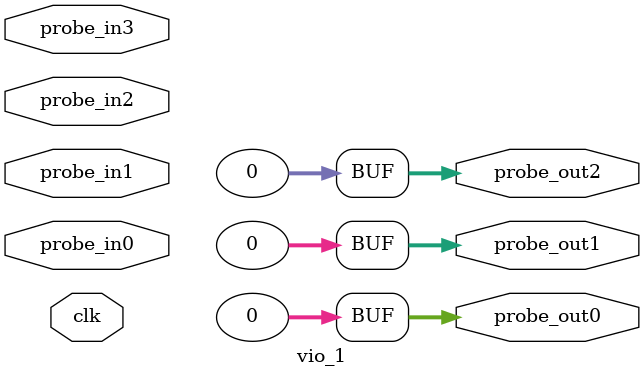
<source format=v>
`timescale 1ns / 1ps
module vio_1 (
clk,
probe_in0,probe_in1,probe_in2,probe_in3,
probe_out0,
probe_out1,
probe_out2
);

input clk;
input [31 : 0] probe_in0;
input [31 : 0] probe_in1;
input [31 : 0] probe_in2;
input [31 : 0] probe_in3;

output reg [31 : 0] probe_out0 = 'h00000000 ;
output reg [31 : 0] probe_out1 = 'h00000000 ;
output reg [31 : 0] probe_out2 = 'h00000000 ;


endmodule

</source>
